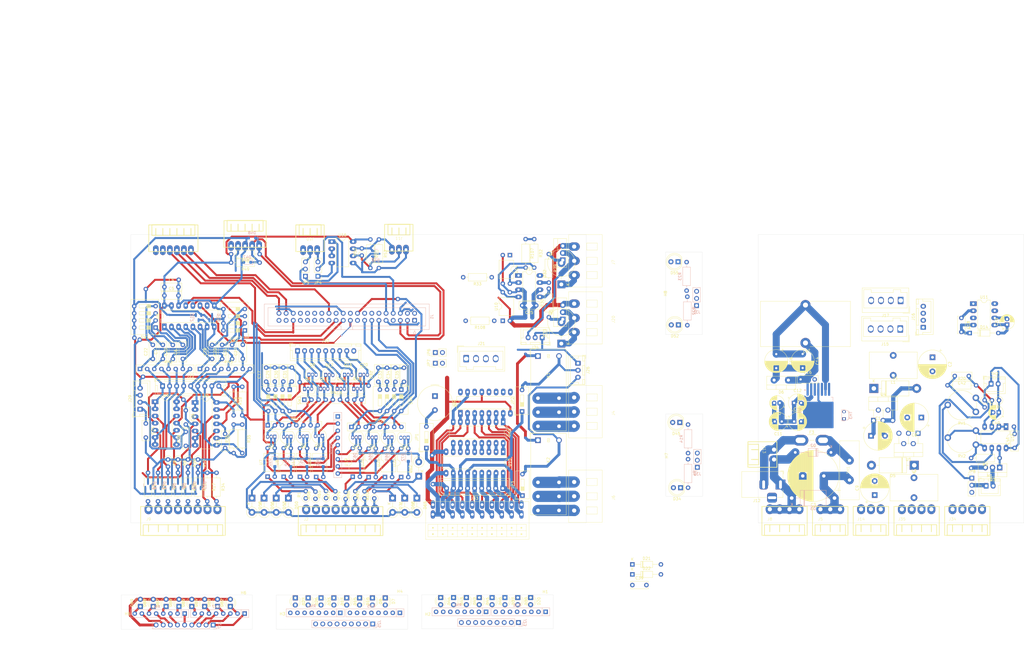
<source format=kicad_pcb>
(kicad_pcb
	(version 20240108)
	(generator "pcbnew")
	(generator_version "8.0")
	(general
		(thickness 1.6)
		(legacy_teardrops no)
	)
	(paper "A3")
	(layers
		(0 "F.Cu" signal)
		(31 "B.Cu" signal)
		(32 "B.Adhes" user "B.Adhesive")
		(33 "F.Adhes" user "F.Adhesive")
		(34 "B.Paste" user)
		(35 "F.Paste" user)
		(36 "B.SilkS" user "B.Silkscreen")
		(37 "F.SilkS" user "F.Silkscreen")
		(38 "B.Mask" user)
		(39 "F.Mask" user)
		(40 "Dwgs.User" user "User.Drawings")
		(41 "Cmts.User" user "User.Comments")
		(42 "Eco1.User" user "User.Eco1")
		(43 "Eco2.User" user "User.Eco2")
		(44 "Edge.Cuts" user)
		(45 "Margin" user)
		(46 "B.CrtYd" user "B.Courtyard")
		(47 "F.CrtYd" user "F.Courtyard")
		(48 "B.Fab" user)
		(49 "F.Fab" user)
		(50 "User.1" user)
		(51 "User.2" user)
		(52 "User.3" user)
		(53 "User.4" user)
		(54 "User.5" user)
		(55 "User.6" user)
		(56 "User.7" user)
		(57 "User.8" user)
		(58 "User.9" user)
	)
	(setup
		(pad_to_mask_clearance 0)
		(allow_soldermask_bridges_in_footprints no)
		(pcbplotparams
			(layerselection 0x00010fc_ffffffff)
			(plot_on_all_layers_selection 0x0000000_00000000)
			(disableapertmacros no)
			(usegerberextensions no)
			(usegerberattributes yes)
			(usegerberadvancedattributes yes)
			(creategerberjobfile yes)
			(dashed_line_dash_ratio 12.000000)
			(dashed_line_gap_ratio 3.000000)
			(svgprecision 4)
			(plotframeref no)
			(viasonmask no)
			(mode 1)
			(useauxorigin no)
			(hpglpennumber 1)
			(hpglpenspeed 20)
			(hpglpendiameter 15.000000)
			(pdf_front_fp_property_popups yes)
			(pdf_back_fp_property_popups yes)
			(dxfpolygonmode yes)
			(dxfimperialunits yes)
			(dxfusepcbnewfont yes)
			(psnegative no)
			(psa4output no)
			(plotreference yes)
			(plotvalue yes)
			(plotfptext yes)
			(plotinvisibletext no)
			(sketchpadsonfab no)
			(subtractmaskfromsilk no)
			(outputformat 1)
			(mirror no)
			(drillshape 1)
			(scaleselection 1)
			(outputdirectory "")
		)
	)
	(net 0 "")
	(net 1 "+5V")
	(net 2 "/Buzzer")
	(net 3 "+24V filtered")
	(net 4 "GND")
	(net 5 "+3V3")
	(net 6 "/ADC_CH3")
	(net 7 "/ADC_CH1")
	(net 8 "+12V")
	(net 9 "Net-(D6-K)")
	(net 10 "Net-(U1-BOOT)")
	(net 11 "/Dig-IN_1")
	(net 12 "Net-(U11-CAP+)")
	(net 13 "Net-(D14-K)")
	(net 14 "-5V")
	(net 15 "/ADC_CH5")
	(net 16 "/ADC_CH6")
	(net 17 "/ADC_CH0")
	(net 18 "/ADC_CH2")
	(net 19 "/ADC_CH7")
	(net 20 "/ADC_CH4")
	(net 21 "/Dig-IN_2")
	(net 22 "/Dig-IN_3")
	(net 23 "/Dig-IN_4")
	(net 24 "/Dig-IN_5")
	(net 25 "/Dig-IN_6")
	(net 26 "/Dig-IN_7")
	(net 27 "/Dig-IN_8")
	(net 28 "Net-(D1-K)")
	(net 29 "Net-(D2-K)")
	(net 30 "Net-(D5-K)")
	(net 31 "OUT_Digital_1_open-drain")
	(net 32 "Net-(U3C-+)")
	(net 33 "Net-(U3D-+)")
	(net 34 "IN_Analog_6 (0-20mA)")
	(net 35 "IN_Analog_7 (0-20mA)")
	(net 36 "Net-(U9B-+)")
	(net 37 "/OUT_PWM_1_diode")
	(net 38 "/OUT_PWM_2_diode")
	(net 39 "Net-(D34-A)")
	(net 40 "Net-(U9A-+)")
	(net 41 "OUT_Digital_2_open-drain")
	(net 42 "OUT_Digital_3_open-drain")
	(net 43 "OUT_Digital_4_open-drain")
	(net 44 "OUT_Digital_5_open-drain")
	(net 45 "Net-(U3A-+)")
	(net 46 "I2C_SDA")
	(net 47 "RS485_B")
	(net 48 "RS485_A")
	(net 49 "Net-(D50-A1)")
	(net 50 "Net-(D51-A)")
	(net 51 "Net-(D53-A1)")
	(net 52 "Net-(D54-A)")
	(net 53 "Net-(D56-A1)")
	(net 54 "Net-(D57-A)")
	(net 55 "Net-(D59-A1)")
	(net 56 "Net-(D60-A)")
	(net 57 "Net-(D62-A1)")
	(net 58 "Net-(D63-A)")
	(net 59 "Net-(D65-A1)")
	(net 60 "Net-(D66-A)")
	(net 61 "Net-(D68-A1)")
	(net 62 "Net-(D69-A)")
	(net 63 "Net-(D71-A1)")
	(net 64 "Net-(D72-A)")
	(net 65 "+BATT")
	(net 66 "unconnected-(J1-ID_SD{slash}GPIO0-Pad27)")
	(net 67 "/SPI_CE0_ADC")
	(net 68 "Net-(J1-3V3-Pad1)")
	(net 69 "/SPI0_miso_ADC")
	(net 70 "/UART_DIR-T")
	(net 71 "/SPI0_mosi_ADC")
	(net 72 "/SPI0_sclk_ADC")
	(net 73 "/UART_TX")
	(net 74 "/SPI1_miso_FREE")
	(net 75 "/SR-OUT_latch")
	(net 76 "/SPI1_mosi_FREE")
	(net 77 "/SR-OUT_clock")
	(net 78 "/SR-OUT_data")
	(net 79 "unconnected-(J1-ID_SC{slash}GPIO1-Pad28)")
	(net 80 "/SPI1_CE_FREE")
	(net 81 "/UART_RX")
	(net 82 "/OUT_PWM_2")
	(net 83 "/SPI1_sclk_FREE")
	(net 84 "/OUT_PWM_1")
	(net 85 "IN_Digital_8")
	(net 86 "IN_Digital_5")
	(net 87 "IN_Digital_2")
	(net 88 "IN_Digital_3")
	(net 89 "IN_Digital_4")
	(net 90 "IN_Digital_6")
	(net 91 "IN_Digital_7")
	(net 92 "IN_Digital_1")
	(net 93 "OUT_Digital_8")
	(net 94 "OUT_Digital_7_open-drain")
	(net 95 "OUT_Digital_2")
	(net 96 "OUT_Digital_4")
	(net 97 "OUT_Digital_5")
	(net 98 "OUT_Digital_6")
	(net 99 "OUT_Digital_3")
	(net 100 "OUT_Digital_7")
	(net 101 "OUT_Digital_8_open-drain")
	(net 102 "OUT_Digital_1")
	(net 103 "OUT_Digital_6_open-drain")
	(net 104 "Net-(J4-Pin_1)")
	(net 105 "Net-(J4-Pin_2)")
	(net 106 "Net-(J4-Pin_3)")
	(net 107 "OUT_Digital_COM_open-drain")
	(net 108 "Net-(J6-Pin_1)")
	(net 109 "Net-(J6-Pin_3)")
	(net 110 "Net-(J6-Pin_2)")
	(net 111 "IN_Analog_1 (0-3.3V)")
	(net 112 "IN_Analog_5 (0-24V)")
	(net 113 "IN_Analog_4 (0-12V)")
	(net 114 "IN_Analog_2 (0-5V)")
	(net 115 "IN_Analog_0 (0-3.3V)")
	(net 116 "IN_Analog_3 (0-5V)")
	(net 117 "Net-(Q1-G)")
	(net 118 "Net-(Q2-G)")
	(net 119 "Net-(Q2-D)")
	(net 120 "Net-(Q5-G)")
	(net 121 "Net-(C17-Pad1)")
	(net 122 "Net-(Q7-G)")
	(net 123 "Net-(Q7-D)")
	(net 124 "Net-(C29-Pad1)")
	(net 125 "Net-(Q9-G)")
	(net 126 "Net-(C30-Pad1)")
	(net 127 "Net-(Q10-G)")
	(net 128 "Net-(Q11-D)")
	(net 129 "Net-(Q11-G)")
	(net 130 "Net-(C31-Pad1)")
	(net 131 "Net-(Q13-G)")
	(net 132 "Net-(Q13-D)")
	(net 133 "Net-(C32-Pad1)")
	(net 134 "Net-(Q15-D)")
	(net 135 "Net-(Q15-G)")
	(net 136 "Net-(C33-Pad1)")
	(net 137 "Net-(Q17-G)")
	(net 138 "Net-(Q17-D)")
	(net 139 "Net-(C34-Pad1)")
	(net 140 "Net-(Q19-D)")
	(net 141 "Net-(Q19-G)")
	(net 142 "Net-(C35-Pad1)")
	(net 143 "Net-(U9C--)")
	(net 144 "Net-(U12-~{OUTA})")
	(net 145 "Net-(U12-~{OUTB})")
	(net 146 "Net-(U12-INB)")
	(net 147 "Net-(R33-Pad1)")
	(net 148 "Net-(U9D--)")
	(net 149 "Net-(U12-INA)")
	(net 150 "Net-(R108-Pad1)")
	(net 151 "unconnected-(U1-EN-Pad7)")
	(net 152 "unconnected-(U1-NC-Pad5)")
	(net 153 "unconnected-(U2-QH'-Pad9)")
	(net 154 "unconnected-(U11-OSC-Pad7)")
	(net 155 "unconnected-(U11-NC-Pad1)")
	(net 156 "unconnected-(U12-NC-Pad8)")
	(net 157 "unconnected-(U12-NC-Pad1)")
	(net 158 "Net-(U3B-+)")
	(net 159 "Net-(D45-K)")
	(net 160 "/LED_analog-CH6")
	(net 161 "/LED_analog-CH2")
	(net 162 "/LED_analog-CH7")
	(net 163 "/LED_analog-CH5")
	(net 164 "/LED_analog-CH0")
	(net 165 "/LED_analog-CH1")
	(net 166 "/LED_analog-CH3")
	(net 167 "/LED_analog-CH4")
	(net 168 "Net-(D10-K)")
	(net 169 "Net-(D7-A)")
	(net 170 "Net-(D8-A)")
	(net 171 "Net-(D10-A)")
	(net 172 "Net-(D15-A)")
	(net 173 "Net-(D17-A)")
	(net 174 "Net-(D23-A)")
	(net 175 "Net-(D26-A)")
	(net 176 "Net-(D27-A)")
	(net 177 "Net-(D82-K)")
	(net 178 "Net-(D82-A)")
	(net 179 "Net-(D83-K)")
	(net 180 "Net-(D84-K)")
	(net 181 "Net-(D85-K)")
	(net 182 "Net-(D86-K)")
	(net 183 "Net-(D87-K)")
	(net 184 "Net-(D88-K)")
	(net 185 "Net-(D89-K)")
	(net 186 "Net-(J25-Pin_8)")
	(net 187 "Net-(J25-Pin_5)")
	(net 188 "Net-(J25-Pin_7)")
	(net 189 "Net-(J25-Pin_2)")
	(net 190 "Net-(J25-Pin_6)")
	(net 191 "Net-(J25-Pin_1)")
	(net 192 "Net-(J25-Pin_4)")
	(net 193 "Net-(J25-Pin_3)")
	(net 194 "Net-(J27-Pin_4)")
	(net 195 "Net-(J27-Pin_8)")
	(net 196 "Net-(J27-Pin_1)")
	(net 197 "Net-(J27-Pin_5)")
	(net 198 "Net-(J27-Pin_6)")
	(net 199 "Net-(J27-Pin_7)")
	(net 200 "Net-(J27-Pin_3)")
	(net 201 "Net-(J27-Pin_2)")
	(net 202 "Net-(D20-A)")
	(net 203 "Net-(D20-K)")
	(net 204 "Net-(D30-K)")
	(net 205 "Net-(D37-K)")
	(net 206 "Net-(D40-K)")
	(net 207 "Net-(D41-K)")
	(net 208 "Net-(D42-K)")
	(net 209 "Net-(D43-K)")
	(net 210 "Net-(D44-K)")
	(net 211 "/LED_digital-out_2")
	(net 212 "/LED_digital-out_8")
	(net 213 "/LED_digital-out_6")
	(net 214 "/LED_digital-out_5")
	(net 215 "/LED_digital-out_4")
	(net 216 "/LED_digital-out_7")
	(net 217 "/LED_digital-out_1")
	(net 218 "/LED_digital-out_3")
	(net 219 "Net-(J23-Pin_1)")
	(net 220 "Net-(J23-Pin_5)")
	(net 221 "Net-(J23-Pin_3)")
	(net 222 "Net-(J23-Pin_2)")
	(net 223 "Net-(J23-Pin_8)")
	(net 224 "Net-(J23-Pin_7)")
	(net 225 "Net-(J23-Pin_4)")
	(net 226 "Net-(J23-Pin_6)")
	(net 227 "/LED_relay-1")
	(net 228 "/LED_PWM-1")
	(net 229 "/LED_PWM-2")
	(net 230 "Net-(D34-K)")
	(net 231 "/LED_relay-2")
	(net 232 "Net-(D52-K)")
	(net 233 "Net-(D52-A)")
	(net 234 "Net-(D55-K)")
	(net 235 "Net-(J30-Pin_3)")
	(net 236 "Net-(J30-Pin_2)")
	(net 237 "Net-(J31-Pin_3)")
	(net 238 "Net-(J31-Pin_2)")
	(net 239 "Net-(RN9-R2.2)")
	(net 240 "Net-(RN9-R8.2)")
	(net 241 "Net-(RN9-R7.2)")
	(net 242 "Net-(RN9-R5.2)")
	(net 243 "Net-(RN9-R1.2)")
	(net 244 "Net-(RN9-R6.2)")
	(net 245 "Net-(RN9-R3.2)")
	(net 246 "Net-(RN9-R4.2)")
	(net 247 "/DIP_EN-Filter-ADC3")
	(net 248 "/DIP_EN-Filter-ADC1")
	(net 249 "/DIP_EN-Filter-ADC5")
	(net 250 "/DIP_EN-Filter-ADC6")
	(net 251 "/DIP_EN-Filter-ADC0")
	(net 252 "/DIP_EN-Filter-ADC2")
	(net 253 "/DIP_EN-Filter-ADC7")
	(net 254 "/DIP_EN-Filter-ADC4")
	(net 255 "unconnected-(J3-Pin_6-Pad6)")
	(net 256 "unconnected-(J3-Pin_5-Pad5)")
	(net 257 "unconnected-(J19-Pin_4-Pad4)")
	(net 258 "unconnected-(J19-Pin_5-Pad5)")
	(net 259 "I2C_SCL")
	(net 260 "Net-(J10-Pin_2)")
	(net 261 "Net-(J10-Pin_1)")
	(net 262 "Net-(JP4-A)")
	(net 263 "Net-(JP5-A)")
	(net 264 "GNDPWR")
	(net 265 "Net-(JP6-A)")
	(net 266 "Net-(U15A-+)")
	(net 267 "Net-(C42-Pad2)")
	(net 268 "Net-(JP8-C)")
	(net 269 "Net-(M1--)")
	(net 270 "Net-(Q3-G)")
	(net 271 "Net-(U15B-+)")
	(net 272 "Net-(R21-Pad2)")
	(net 273 "Net-(U15B--)")
	(net 274 "Net-(U15A--)")
	(footprint "Capacitor_THT:CP_Radial_D10.0mm_P5.00mm" (layer "F.Cu") (at 334.01 195.027031 90))
	(footprint "Connector_JST:JST_XH_B9B-XH-A_1x09_P2.50mm_Vertical" (layer "F.Cu") (at 128.664 143.68515))
	(footprint "Resistor_THT:R_Axial_DIN0207_L6.3mm_D2.5mm_P2.54mm_Vertical" (layer "F.Cu") (at 151.511 109.728 90))
	(footprint "Button_Switch_THT:SW_DIP_SPSTx04_Slide_9.78x12.34mm_W7.62mm_P2.54mm" (layer "F.Cu") (at 78.1495 135.389 180))
	(footprint "Package_TO_SOT_THT:TO-92_Inline" (layer "F.Cu") (at 131.1235 157.21105))
	(footprint "Package_DIP:DIP-4_W10.16mm" (layer "F.Cu") (at 201.671 132.969 90))
	(footprint "Button_Switch_THT:SW_DIP_SPSTx01_Slide_9.78x4.72mm_W7.62mm_P2.54mm" (layer "F.Cu") (at 174.498 178.2655 90))
	(footprint "Relay_THT:Relay_SPDT_Omron_G2RL-1-E" (layer "F.Cu") (at 214.182 145.522))
	(footprint "Resistor_THT:R_Axial_DIN0207_L6.3mm_D2.5mm_P10.16mm_Horizontal" (layer "F.Cu") (at 99.822 187.0877 -90))
	(footprint "LED_THT:LED_D3.0mm_IRGrey" (layer "F.Cu") (at 91.02905 234.6843 90))
	(footprint "LED_THT:LED_D3.0mm_IRGrey" (layer "F.Cu") (at 127.85905 231.6313 -90))
	(footprint "Capacitor_THT:CP_Radial_D10.0mm_P5.00mm" (layer "F.Cu") (at 332.686849 173.949))
	(footprint "Diode_THT:D_DO-201AD_P15.24mm_Horizontal" (layer "F.Cu") (at 348.072026 184.415 180))
	(footprint "Package_DIP:DIP-8_W7.62mm_LongPads" (layer "F.Cu") (at 140.828 104.785))
	(footprint "Diode_THT:D_DO-15_P5.08mm_Vertical_KathodeUp" (layer "F.Cu") (at 112.4282 196.1055 -90))
	(footprint "custom-footprints1:WAGO 713-1430 MINI HD Stiftleiste gewinkelt 2x10-polig, RM 3,5"
		(layer "F.Cu")
		(uuid "0b9224b3-0f0b-43dd-942d-c7854c058adc")
		(at 192.56 202.93)
		(property "Reference" "J28"
			(at -3.75 10.5 0)
			(unlocked yes)
			(layer "F.SilkS")
			(hide yes)
			(uuid "f2cab4c9-097e-4387-b83a-71c90f96494d")
			(effects
				(font
					(size 1 1)
					(thickness 0.1)
				)
			)
		)
		(property "Value" "8x Digital out (opendrain + push-pull)"
			(at -3.25 9 0)
			(unlocked yes)
			(layer "F.Fab")
			(uuid "24be26db-6b3b-4560-a0ff-306f51858260")
			(effects
				(font
					(size 1 1)
					(thickness 0.15)
				)
			)
		)
		(property "Footprint" "custom-footprints1:WAGO 713-1430 MINI HD Stiftleiste gewinkelt 2x10-polig, RM 3,5"
			(at -15.75 -1 0)
			(unlocked yes)
			(layer "F.Fab")
			(hide yes)
			(uuid "32fa4484-974c-482b-a6f4-7790c4bab8d0")
			(effects
				(font
					(size 1 1)
					(thickness 0.15)
				)
			)
		)
		(property "Datasheet" "https://www.reichelt.com/be/en/shop/product/mini_hd_pin_header_angled_2x10-pin_rm_3_5-100894?nbc=1&trstct=pos_2"
			(at -15.75 -1 0)
			(unlocked yes)
			(layer "F.Fab")
			(hide yes)
			(uuid "3e5f419a-7e8d-4fe3-9371-34e8dec08023")
			(effects
				(font
					(size 1 1)
					(thickness 0.15)
				)
			)
		)
		(property "Description" "Generic screw terminal, single row, 01x20, script generated (kicad-library-utils/schlib/autogen/connector/)"
			(at -15.75 -1 0)
			(unlocked yes)
			(layer "F.Fab")
			(hide yes)
			(uuid "fd4682e7-a49c-48ce-96f7-de84d5a19ed0")
			(effects
				(font
					(size 1 1)
					(thickness 0.15)
				)
			)
		)
		(property ki_fp_filters "TerminalBlock*:*")
		(path "/55786989-b556-48ad-a3ab-f25a283a670c")
		(sheetname "Root")
		(sheetfile "pi-interface-board_v1.0.kicad_sch")
		(attr through_hole)
		(fp_line
			(start -17.5 4.75)
			(end 17.5 4.75)
			(stroke
				(width 0.1)
				(type default)
			)
			(layer "F.SilkS")
			(uuid "12fc1ede-d536-4cdb-9b9f-26504dd6ed7c")
		)
		(fp_line
			(start -14 2.5)
			(end -14 7)
			(stroke
				(width 0.1)
				(type default)
			)
			(layer "F.SilkS")
			(uuid "cf2015eb-aaf6-473c-9858-e5c0ade33d96")
		)
		(fp_line
			(start -10.5 2.5)
			(end -10.5 7)
			(stroke
				(width 0.1)
				(type default)
			)
			(layer "F.SilkS")
			(uuid "683ef6a7-ff95-42fc-8131-208d74269a01")
		)
		(fp_line
			(start -7 2.5)
			(end -7 7)
			(stroke
				(width 0.1)
				(type default)
			)
			(layer "F.SilkS")
			(uuid "4dfa3413-2b2f-45f0-a53e-b33923f8590d")
		)
		(fp_line
			(start -3.5 2.5)
			(end -3.5 7)
			(stroke
				(width 0.1)
				(type default)
			)
			(layer "F.SilkS")
			(uuid "46de22ba-a072-4a91-85f8-f593e56e925b")
		)
		(fp_line
			(start 0 2.5)
			(end 0 7)
			(stroke
				(width 0.1)
				(type default)
			)
			(layer "F.SilkS")
			(uuid "18bc9cfc-e94f-4b6e-897c-55137e04ec09")
		)
		(fp_line
			(start 3.5 2.5)
			(end 3.5 7)
			(stroke
				(width 0.1)
				(type default)
			)
			(layer "F.SilkS")
			(uuid "1cc7d290-3576-4b17-9db3-ece718b44a13")
		)
		(fp_line
			(start 7 2.5)
			(end 7 7)
			(stroke
				(width 0.1)
				(type default)
			)
			(layer "F.SilkS")
			(uuid "6675fd75-b5a8-4528-bdc2-55a535dd6a76")
		)
		(fp_line
			(start 10.5 2.5)
			(end 10.5 7)
			(stroke
				(width 0.1)
				(type default)
			)
			(layer "F.SilkS")
			(uuid "edbf9257-ca16-445f-abbb-dadf06d2836a")
		)
		(fp_line
			(start 14 2.5)
			(end 14 7)
			(stroke
				(width 0.1)
				(type default)
			)
			(layer "F.SilkS")
			(uuid "e49ede3b-80d2-43c0-82f1-f66e0aa2cf46")
		)
		(fp_rect
			(start -18.35 -5.6)
			(end 18.45 7.9)
			(stroke
				(width 0.1)
				(type default)
			)
			(fill none)
			(layer "F.SilkS")
			(uuid "31bb729e-69e9-4715-b4cb-892a256e062b")
		)
		(fp_rect
			(start -17.5 2.5)
			(end 17.5 7)
			(stroke
				(width 0.1)
				(type default)
			)
			(fill none)
			(layer "F.SilkS")
			(uuid "4801873d-7f64-4f16-9acf-d5eb0c70d75a")
		)
		(fp_circle
			(center -15.75 3.75)
			(end -15.5 3.75)
			(stroke
				(width 0.1)
				(type solid)
			)
			(fill solid)
			(layer "F.SilkS")
			(uuid "9354940f-d20c-441f-a77e-dbc43bdddb06")
		)
		(fp_circle
			(center -15.75 6)
			(end -15.5 6)
			(stroke
				(width 0.1)
				(type solid)
			)
			(fill solid)
			(layer "F.SilkS")
			(uuid "e217c708-bb44-4882-96d9-8faa734f3b4e")
		)
		(fp_circle
			(center -12.25 3.75)
			(end -12 3.75)
			(stroke
				(width 0.1)
				(type solid)
			)
			(fill solid)
			(layer "F.SilkS")
			(uuid "b215cdf7-9a6c-4955-8bc7-42c9daf686f4")
		)
		(fp_circle
			(center -12.25 6)
			(end -12 6)
			(stroke
				(width 0.1)
				(type solid)
			)
			(fill solid)
			(layer "F.SilkS")
			(uuid "53f56dfd-d183-4756-9ce3-a90bd32de8a9")
		)
		(fp_circle
			(center -8.75 3.75)
			(end -8.5 3.75)
			(stroke
				(width 0.1)
				(type solid)
			)
			(fill solid)
			(layer "F.SilkS")
			(uuid "3d1169d1-575e-4a45-a77e-044fd03e5377")
		)
		(fp_circle
			(center -8.75 6)
			(end -8.5 6)
			(stroke
				(width 0.1)
				(type solid)
			)
			(fill solid)
			(layer "F.SilkS")
			(uuid "4ef02785-5680-40ac-862a-20bf251fcc7f")
		)
		(fp_circle
			(center -5.25 3.75)
			(end -5 3.75)
			(stroke
				(width 0.1)
				(type solid)
			)
			(fill solid)
			(layer "F.SilkS")
			(uuid "2b0c75ff-fdb6-4b95-ae54-b98a2b6577dd")
		)
		(fp_circle
			(center -5.25 6)
			(end -5 6)
			(stroke
				(width 0.1)
				(type solid)
			)
			(fill solid)
			(layer "F.SilkS")
			(uuid "1d76eb38-2a48-4eda-a081-bad279402646")
		)
		(fp_circle
			(center -1.75 3.75)
			(end -1.5 3.75)
			(stroke
				(width 0.1)
				(type solid)
			)
			(fill solid)
			(layer "F.SilkS")
			(uuid "8f698cdd-46d9-444d-b0ac-2e5d82632b15")
		)
		(fp_circle
			(center -1.75 6)
			(end -1.5 6)
			(stroke
				(width 0.1)
				(type solid)
			)
			(fill solid)
			(layer "F.SilkS")
			(uuid "f4fedef3-06ba-47cf-a870-99bfc14691ab")
		)
		(fp_circle
			(center 1.75 3.75)
			(end 2 3.75)
			(stroke
				(width 0.1)
				(type solid)
			)
			(fill solid)
			(layer "F.SilkS")
			(uuid "c9fc9022-a8b4-42b4-b11a-b466f9dc84e6")
		)
		(fp_circle
			(center 1.75 6)
			(end 2 6)
			(stroke
				(width 0.1)
				(type solid)
			)
			(fill solid)
			(layer "F.SilkS")
			(uuid "6f50586a-32a6-47e7-8fa0-96fc7970bf6c")
		)
		(fp_circle
			(center 5.25 3.75)
			(end 5.5 3.75)
			(stroke
				(width 0.1)
				(type solid)
			)
			(fill solid)
			(layer "F.SilkS")
			(uuid "f5b73840-1d99-4e0c-b7f2-c8b2b190a552")
		)
		(fp_circle
			(center 5.25 6)
			(end 5.5 6)
			(stroke
				(width 0.1)
				(type solid)
			)
			(fill solid)
			(layer "F.SilkS")
			(uuid "64d7ef
... [2048991 chars truncated]
</source>
